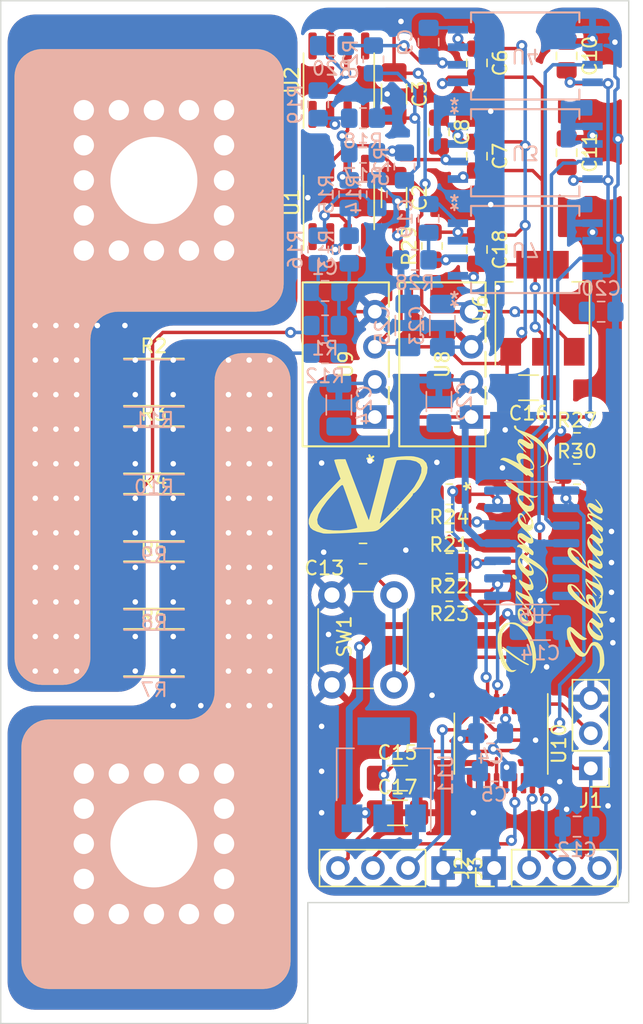
<source format=kicad_pcb>
(kicad_pcb (version 20221018) (generator pcbnew)
  (layers (0 "F.Cu" signal) (1 "In1.Cu" signal) (2 "In2.Cu" signal) (31 "B.Cu" signal) (34 "B.Paste" user) (35 "F.Paste" user) (36 "B.SilkS" user "B.Silkscreen") (37 "F.SilkS" user "F.Silkscreen") (38 "B.Mask" user) (39 "F.Mask" user) (44 "Edge.Cuts" user))
  (net 0 "")
  (net 1 "Net-(C1-Pad1)")
  (net 2 "Net-(C1-Pad2)")
  (net 3 "+5V")
  (net 4 "-5V")
  (net 5 "Net-(U3-VDD2)")
  (net 6 "A0")
  (net 7 "A1")
  (net 8 "GNDD")
  (net 9 "+5VD")
  (net 10 "Net-(U7-VIN)")
  (net 11 "-BATT")
  (net 12 "Net-(U1--)")
  (net 13 "Net-(U1-+)")
  (net 14 "Net-(U2-+)")
  (net 15 "Net-(U2--)")
  (net 16 "Net-(R19-Pad1)")
  (net 17 "Net-(U4-VOUT)")
  (net 18 "Net-(U3-VOUT)")
  (net 28 "Net-(U5C-+)")
  (net 29 "+3.3V")
  (net 30 "/RST")
  (net 31 "Net-(J1-Pin_2)")
  (net 32 "SWCLK")
  (net 33 "SWDIO")
  (net 34 "RX")
  (net 35 "TX")
  (net 36 "PA0")
  (net 37 "PA1")
  (net 38 "PA2")
  (net 47 "Net-(MP2-Pad1)")
  (footprint "Connector_PinHeader_2.54mm:PinHeader_1x04_P2.54mm_Vertical" (layer "F.Cu") (at 45.55 81.75 -90)
    (fp_text reference "J3")
    (fp_text value "UART")
  )
  (footprint "Package_SO:TSSOP-20_4.4x6.5mm_P0.65mm" (layer "F.Cu") (at 49.75 72.75 -90)
    (fp_text reference "U10")
    (fp_text value "STM32F030F4Px")
  )
  (footprint "Capacitor_SMD:C_1206_3216Metric_Pad1.33x1.80mm_HandSolder" (layer "F.Cu") (at 42.25 77.75)
    (fp_text reference "C17")
    (fp_text value "10uF")
  )
  (footprint "Capacitor_SMD:C_1206_3216Metric_Pad1.33x1.80mm_HandSolder" (layer "F.Cu") (at 51.75 47 180)
    (fp_text reference "C16")
    (fp_text value "10uF")
  )
  (footprint "B0505:B0505S_MNS" (layer "F.Cu") (at 40.6082 49.12 90)
    (fp_text reference "U9")
    (fp_text value "B0505S-1WR3")
  )
  (footprint "Package_SO:SOIC-8_3.9x4.9mm_P1.27mm" (layer "F.Cu") (at 38 33.595 90)
    (fp_text reference "U1")
    (fp_text value "OP177")
  )
  (footprint "Resistor_SMD:R_0805_2012Metric_Pad1.20x1.40mm_HandSolder" (layer "F.Cu") (at 44.75 36.75 90)
    (fp_text reference "R29")
    (fp_text value "470")
  )
  (footprint "Resistor_SMD:R_0805_2012Metric_Pad1.20x1.40mm_HandSolder" (layer "F.Cu") (at 46 61.71 180)
    (fp_text reference "R23")
    (fp_text value "470")
  )
  (footprint "B0505:B0505S_MNS" (layer "F.Cu") (at 47.6082 49.12 90)
    (fp_text reference "U8")
    (fp_text value "B0505S-1WR3")
  )
  (footprint "Capacitor_SMD:C_1206_3216Metric_Pad1.33x1.80mm_HandSolder" (layer "F.Cu") (at 42 33.25 -90)
    (fp_text reference "C2")
    (fp_text value "10uF")
  )
  (footprint "Resistor_SMD:R_0805_2012Metric_Pad1.20x1.40mm_HandSolder" (layer "F.Cu") (at 46 59.71 180)
    (fp_text reference "R22")
    (fp_text value "4.7k")
  )
  (footprint "Capacitor_SMD:C_0805_2012Metric_Pad1.18x1.45mm_HandSolder" (layer "F.Cu") (at 39.75 59)
    (fp_text reference "C13")
    (fp_text value "100n")
  )
  (footprint "Button_Switch_THT:SW_PUSH_6mm" (layer "F.Cu") (at 37.5 68.5 90)
    (fp_text reference "SW1")
    (fp_text value "SW_Push")
  )
  (footprint "Capacitor_SMD:C_0805_2012Metric_Pad1.18x1.45mm_HandSolder" (layer "F.Cu") (at 48 37 -90)
    (fp_text reference "C18")
    (fp_text value "100n")
  )
  (footprint "Resistor_SMD:R_0805_2012Metric_Pad1.20x1.40mm_HandSolder" (layer "F.Cu") (at 55.25 51)
    (fp_text reference "R27")
    (fp_text value "4.7k")
  )
  (footprint "Resistor_SMD:R_0805_2012Metric_Pad1.20x1.40mm_HandSolder" (layer "F.Cu") (at 46 54.71 180)
    (fp_text reference "R24")
    (fp_text value "470")
  )
  (footprint "Capacitor_SMD:C_0805_2012Metric_Pad1.18x1.45mm_HandSolder" (layer "F.Cu") (at 48 30.25 -90)
    (fp_text reference "C7")
    (fp_text value "100n")
  )
  (footprint "Resistor_SMD:R_2512_6332Metric_Pad1.40x3.35mm_HandSolder" (layer "F.Cu") (at 24.6 56.38)
    (fp_text reference "R4")
    (fp_text value "5mOhm")
  )
  (footprint "Capacitor_SMD:C_0805_2012Metric_Pad1.18x1.45mm_HandSolder" (layer "F.Cu") (at 48 23.5 -90)
    (fp_text reference "C6")
    (fp_text value "100n")
  )
  (footprint "Capacitor_SMD:C_0805_2012Metric_Pad1.18x1.45mm_HandSolder" (layer "F.Cu") (at 54.5 23 -90)
    (fp_text reference "C10")
    (fp_text value "100n")
  )
  (footprint "VegapodLogo:Designed by Saksham" (layer "F.Cu") (at 53.45 58.7 90)
    (fp_text reference "G***" hide)
    (fp_text value "LOGO" hide)
  )
  (footprint "Capacitor_SMD:C_0805_2012Metric_Pad1.18x1.45mm_HandSolder" (layer "F.Cu") (at 54.5 30 -90)
    (fp_text reference "C11")
    (fp_text value "100n")
  )
  (footprint "Resistor_SMD:R_2512_6332Metric_Pad1.40x3.35mm_HandSolder" (layer "F.Cu") (at 24.6 46.6)
    (fp_text reference "R2")
    (fp_text value "5mOhm")
  )
  (footprint "Connector_PinHeader_2.54mm:PinHeader_1x04_P2.54mm_Vertical" (layer "F.Cu") (at 49.25 81.75 90)
    (fp_text reference "J2")
    (fp_text value "STLINK")
  )
  (footprint "Resistor_SMD:R_2512_6332Metric_Pad1.40x3.35mm_HandSolder" (layer "F.Cu") (at 24.6 61.27)
    (fp_text reference "R5")
    (fp_text value "5mOhm")
  )
  (footprint "Capacitor_SMD:C_1206_3216Metric_Pad1.33x1.80mm_HandSolder" (layer "F.Cu") (at 42.25 75.25)
    (fp_text reference "C15")
    (fp_text value "10uF")
  )
  (footprint "Capacitor_SMD:C_1206_3216Metric_Pad1.33x1.80mm_HandSolder" (layer "F.Cu") (at 42 25.75 -90)
    (fp_text reference "C3")
    (fp_text value "10uF")
  )
  (footprint "WuerthConnector:WP-BUCF_7461059" (layer "F.Cu") (at 24.6 32)
    (property "VALUE" "7461059")
    (fp_text reference "MP1")
    (fp_text value "IN")
  )
  (footprint "Capacitor_SMD:C_0805_2012Metric_Pad1.18x1.45mm_HandSolder" (layer "F.Cu") (at 45.25 28.5 -90)
    (fp_text reference "C8")
    (fp_text value "10n")
  )
  (footprint "WuerthConnector:WP-BUCF_7461059" (layer "F.Cu") (at 24.6 80)
    (property "VALUE" "7461059")
    (fp_text reference "MP2")
    (fp_text value "OUT")
  )
  (footprint "Package_SO:SOIC-8_3.9x4.9mm_P1.27mm" (layer "F.Cu") (at 38 24.75 90)
    (fp_text reference "U2")
    (fp_text value "OP177")
  )
  (footprint "Resistor_SMD:R_0805_2012Metric_Pad1.20x1.40mm_HandSolder" (layer "F.Cu") (at 55.25 53.25)
    (fp_text reference "R30")
    (fp_text value "470")
  )
  (footprint "Resistor_SMD:R_2512_6332Metric_Pad1.40x3.35mm_HandSolder" (layer "F.Cu") (at 24.6 51.49)
    (fp_text reference "R3")
    (fp_text value "5mOhm")
  )
  (footprint "Resistor_SMD:R_0805_2012Metric_Pad1.20x1.40mm_HandSolder" (layer "F.Cu") (at 46 56.71 180)
    (fp_text reference "R21")
    (fp_text value "4.7k")
  )
  (footprint "VegapodLogo:vegapod_logo" (layer "F.Cu") (at 40.2 55.05)
    (fp_text reference "G***" hide)
    (fp_text value "LOGO" hide)
  )
  (footprint "Resistor_SMD:R_2512_6332Metric_Pad1.40x3.35mm_HandSolder" (layer "F.Cu") (at 24.6 66.16)
    (fp_text reference "R6")
    (fp_text value "5mOhm")
  )
  (footprint "Connector_PinHeader_2.54mm:PinHeader_1x03_P2.54mm_Vertical" (layer "F.Cu") (at 56.25 74.54 180)
    (fp_text reference "J1")
    (fp_text value "BootSel")
  )
  (footprint "Package_TO_SOT_SMD:SOT-223-3_TabPin2" (layer "F.Cu") (at 52.75 41.25 90)
    (fp_text reference "U6")
    (fp_text value "AMS1117-5.0")
  )
  (footprint "Resistor_SMD:R_0805_2012Metric_Pad1.20x1.40mm_HandSolder" (layer "B.Cu") (at 37 44.5)
    (fp_text reference "R12")
    (fp_text value "47")
  )
  (footprint "Capacitor_SMD:C_1206_3216Metric_Pad1.33x1.80mm_HandSolder" (layer "B.Cu") (at 52.6 64.35)
    (fp_text reference "C14")
    (fp_text value "10uF")
  )
  (footprint "Capacitor_SMD:C_0805_2012Metric_Pad1.18x1.45mm_HandSolder" (layer "B.Cu") (at 57 41.5 180)
    (fp_text reference "C20")
    (fp_text value "100n")
  )
  (footprint "Capacitor_SMD:C_1206_3216Metric_Pad1.33x1.80mm_HandSolder" (layer "B.Cu") (at 45.25 48 90)
    (fp_text reference "C22")
    (fp_text value "10uF")
  )
  (footprint "Capacitor_SMD:C_0805_2012Metric_Pad1.18x1.45mm_HandSolder" (layer "B.Cu") (at 55.25 78.75)
    (fp_text reference "C12")
    (fp_text value "100n")
  )
  (footprint "ADUM4195:RI-8-1_ADI" (layer "B.Cu") (at 51.5 30)
    (fp_text reference "U3")
    (fp_text value "ADUM4195-1BRIZ")
  )
  (footprint "Package_SO:SOIC-14_3.9x8.7mm_P1.27mm" (layer "B.Cu") (at 51.975 58.25)
    (fp_text reference "U5")
    (fp_text value "LM324")
  )
  (footprint "ADUM4195:RI-8-1_ADI" (layer "B.Cu") (at 51.5 23)
    (fp_text reference "U4")
    (fp_text value "ADUM4195-1BRIZ")
  )
  (footprint "ADUM4195:RI-8-1_ADI" (layer "B.Cu") (at 51.5 37)
    (fp_text reference "U7")
    (fp_text value "ADUM4195-1BRIZ")
  )
  (footprint "Resistor_SMD:R_0805_2012Metric_Pad1.20x1.40mm_HandSolder" (layer "B.Cu") (at 40.5 23.25 -90)
    (fp_text reference "R26")
    (fp_text value "470")
  )
  (footprint "Resistor_SMD:R_0805_2012Metric_Pad1.20x1.40mm_HandSolder" (layer "B.Cu") (at 39.75 27.5)
    (fp_text reference "R18")
    (fp_text value "470")
  )
  (footprint "Capacitor_SMD:C_0805_2012Metric_Pad1.18x1.45mm_HandSolder" (layer "B.Cu") (at 44.5 22 -90)
    (fp_text reference "C9")
    (fp_text value "10n")
  )
  (footprint "Resistor_SMD:R_2512_6332Metric_Pad1.40x3.35mm_HandSolder" (layer "B.Cu") (at 24.6125 66.24)
    (fp_text reference "R7")
    (fp_text value "5mOhm")
  )
  (footprint "Capacitor_SMD:C_1206_3216Metric_Pad1.33x1.80mm_HandSolder" (layer "B.Cu") (at 43 42.5 -90)
    (fp_text reference "C25")
    (fp_text value "10uF")
  )
  (footprint "Capacitor_SMD:C_0805_2012Metric_Pad1.18x1.45mm_HandSolder" (layer "B.Cu") (at 44.5 34.75 -90)
    (fp_text reference "C19")
    (fp_text value "10n")
  )
  (footprint "Resistor_SMD:R_0805_2012Metric_Pad1.20x1.40mm_HandSolder" (layer "B.Cu") (at 42.75 31 -90)
    (fp_text reference "R25")
    (fp_text value "470")
  )
  (footprint "Package_TO_SOT_SMD:SOT-223-3_TabPin2" (layer "B.Cu") (at 41.25 75 90)
    (fp_text reference "U11")
    (fp_text value "AMS1117-3.3")
  )
  (footprint "Resistor_SMD:R_0805_2012Metric_Pad1.20x1.40mm_HandSolder" (layer "B.Cu") (at 37.5 22.25)
    (fp_text reference "R20")
    (fp_text value "470")
  )
  (footprint "Resistor_SMD:R_2512_6332Metric_Pad1.40x3.35mm_HandSolder" (layer "B.Cu") (at 24.6125 56.46)
    (fp_text reference "R9")
    (fp_text value "5mOhm")
  )
  (footprint "Resistor_SMD:R_0805_2012Metric_Pad1.20x1.40mm_HandSolder" (layer "B.Cu") (at 37 42.5)
    (fp_text reference "R1")
    (fp_text value "47")
  )
  (footprint "Resistor_SMD:R_0805_2012Metric_Pad1.20x1.40mm_HandSolder" (layer "B.Cu") (at 43.5 37.75)
    (fp_text reference "R28")
    (fp_text value "470")
  )
  (footprint "Resistor_SMD:R_0805_2012Metric_Pad1.20x1.40mm_HandSolder" (layer "B.Cu") (at 36.5 37 -90)
    (fp_text reference "R16")
    (fp_text value "470")
  )
  (footprint "Resistor_SMD:R_0805_2012Metric_Pad1.20x1.40mm_HandSolder" (layer "B.Cu") (at 38.75 37 -90)
    (fp_text reference "R13")
    (fp_text value "470")
  )
  (footprint "Resistor_SMD:R_0805_2012Metric_Pad1.20x1.40mm_HandSolder" (layer "B.Cu") (at 36.5 26.5 -90)
    (fp_text reference "R19")
    (fp_text value "4.7k")
  )
  (footprint "Capacitor_SMD:C_1206_3216Metric_Pad1.33x1.80mm_HandSolder" (layer "B.Cu") (at 45.5 42.5 -90)
    (fp_text reference "C23")
    (fp_text value "10uF")
  )
  (footprint "Resistor_SMD:R_2512_6332Metric_Pad1.40x3.35mm_HandSolder" (layer "B.Cu") (at 24.6125 46.68)
    (fp_text reference "R11")
    (fp_text value "5mOhm")
  )
  (footprint "Resistor_SMD:R_0805_2012Metric_Pad1.20x1.40mm_HandSolder" (layer "B.Cu") (at 40.75 33 -90)
    (fp_text reference "R14")
    (fp_text value "22k")
  )
  (footprint "Resistor_SMD:R_0805_2012Metric_Pad1.20x1.40mm_HandSolder" (layer "B.Cu") (at 39.75 30)
    (fp_text reference "R17")
    (fp_text value "470")
  )
  (footprint "Resistor_SMD:R_2512_6332Metric_Pad1.40x3.35mm_HandSolder" (layer "B.Cu") (at 24.6125 61.35)
    (fp_text reference "R8")
    (fp_text value "5mOhm")
  )
  (footprint "Capacitor_SMD:C_0805_2012Metric_Pad1.18x1.45mm_HandSolder" (layer "B.Cu") (at 37 40 180)
    (fp_text reference "C1")
    (fp_text value "100n")
  )
  (footprint "Resistor_SMD:R_2512_6332Metric_Pad1.40x3.35mm_HandSolder" (layer "B.Cu") (at 24.6125 51.57)
    (fp_text reference "R10")
    (fp_text value "5mOhm")
  )
  (footprint "Capacitor_SMD:C_1206_3216Metric_Pad1.33x1.80mm_HandSolder" (layer "B.Cu") (at 38 48.25 90)
    (fp_text reference "C24")
    (fp_text value "10uF")
  )
  (footprint "Resistor_SMD:R_0805_2012Metric_Pad1.20x1.40mm_HandSolder" (layer "B.Cu") (at 38.75 33 -90)
    (fp_text reference "R15")
    (fp_text value "22k")
  )
  (footprint "Capacitor_SMD:C_0805_2012Metric_Pad1.18x1.45mm_HandSolder" (layer "B.Cu") (at 49 72)
    (fp_text reference "C4")
    (fp_text value "100n")
  )
  (footprint "Capacitor_SMD:C_0805_2012Metric_Pad1.18x1.45mm_HandSolder" (layer "B.Cu") (at 49.25 74.75)
    (fp_text reference "C5")
    (fp_text value "100n")
  )
  (gr_poly (pts (xy 13.5 19) (xy 59 19) (xy 59 84.25) (xy 35.75 84.25) (xy 35.75 93) (xy 13.5 93)) (stroke (width 0.1)) (fill none) (layer "Edge.Cuts"))
  (segment (start 38 40.0375) (end 38.0375 40) (width 0.25) (layer "B.Cu") (net 1))
  (segment (start 38 42.5) (end 38 40.0375) (width 0.25) (layer "B.Cu") (net 1))
  (segment (start 38.75 39.2875) (end 38.0375 40) (width 0.25) (layer "B.Cu") (net 1))
  (segment (start 38.75 38) (end 38.75 39.2875) (width 0.25) (layer "B.Cu") (net 1))
  (segment (start 37.0424 41.0799) (end 35.9625 40) (width 0.25) (layer "B.Cu") (net 2))
  (segment (start 36.5 38) (end 36.5 39.4625) (width 0.25) (layer "B.Cu") (net 2))
  (segment (start 37.0424 43.5424) (end 37.0424 41.0799) (width 0.25) (layer "B.Cu") (net 2))
  (segment (start 36.5 39.4625) (end 35.9625 40) (width 0.25) (layer "B.Cu") (net 2))
  (segment (start 37.0424 43.5424) (end 38 44.5) (width 0.25) (layer "B.Cu") (net 2))
  (segment (start 44 39.25) (end 43.725 38.975) (width 0.25) (layer "F.Cu") (net 3))
  (segment (start 52.5 41.5) (end 50.75 41.5) (width 0.25) (layer "F.Cu") (net 3))
  (segment (start 44 33.25) (end 44 32.5) (width 0.25) (layer "F.Cu") (net 3))
  (segment (start 55.05 44.05) (end 52.5 41.5) (width 0.25) (layer "F.Cu") (net 3))
  (segment (start 44 33.25) (end 44 32.75) (width 0.25) (layer "F.Cu") (net 3))
  (segment (start 55.05 44.4) (end 55.05 44.05) (width 0.25) (layer "F.Cu") (net 3))
  (segment (start 44 34.5) (end 44 33.25) (width 0.25) (layer "F.Cu") (net 3))
  (segment (start 42.9375 31.6875) (end 42 31.6875) (width 0.25) (layer "F.Cu") (net 3))
  (segment (start 43.725 38.975) (end 43.725 34.775) (width 0.25) (layer "F.Cu") (net 3))
  (segment (start 44 32.5) (end 44.25 32.25) (width 0.25) (layer "F.Cu") (net 3))
  (segment (start 47.6082 41.5) (end 44.5 41.5) (width 0.25) (layer "F.Cu") (net 3))
  (segment (start 37.365 21.300001) (end 37.365 22.275) (width 0.25) (layer "F.Cu") (net 3))
  (segment (start 42 31.025) (end 40.475 29.5) (width 0.25) (layer "F.Cu") (net 3))
  (segment (start 43.75 24.25) (end 42.0625 24.25) (width 0.25) (layer "F.Cu") (net 3))
  (segment (start 44 32.75) (end 42.9375 31.6875) (width 0.25) (layer "F.Cu") (net 3))
  (segment (start 40.475 29.5) (end 38.604092 29.5) (width 0.25) (layer "F.Cu") (net 3))
  (segment (start 55.05 43.55) (end 55.05 44.4) (width 0.25) (layer "F.Cu") (net 3))
  (segment (start 42 31.6875) (end 42 31.025) (width 0.25) (layer "F.Cu") (net 3))
  (segment (start 42.0625 24.25) (end 42 24.1875) (width 0.25) (layer "F.Cu") (net 3))
  (segment (start 50.75 41.5) (end 47.6082 41.5) (width 0.25) (layer "F.Cu") (net 3))
  (segment (start 44.5 41.5) (end 44 41) (width 0.25) (layer "F.Cu") (net 3))
  (segment (start 38.604092 29.5) (end 37.365 30.739092) (width 0.25) (layer "F.Cu") (net 3))
  (segment (start 44 41) (end 44 39.25) (width 0.25) (layer "F.Cu") (net 3))
  (segment (start 38.415001 20.25) (end 37.365 21.300001) (width 0.25) (layer "F.Cu") (net 3))
  (segment (start 41 20.25) (end 38.415001 20.25) (width 0.25) (layer "F.Cu") (net 3))
  (segment (start 37.365 30.739092) (end 37.365 31.12) (width 0.25) (layer "F.Cu") (net 3))
  (segment (start 42 21.25) (end 41 20.25) (width 0.25) (layer "F.Cu") (net 3))
  (segment (start 43.725 34.775) (end 44 34.5) (width 0.25) (layer "F.Cu") (net 3))
  (segment (start 42 24.1875) (end 42 21.25) (width 0.25) (layer "F.Cu") (net 3))
  (via (at 50.75 41.5) (size 0.8) (drill 0.4) (layers "F.Cu" "B.Cu") (net 3))
  (via (at 44.25 32.25) (size 0.8) (drill 0.4) (layers "F.Cu" "B.Cu") (net 3))
  (via (at 43.75 24.25) (size 0.8) (drill 0.4) (layers "F.Cu" "B.Cu") (net 3))
  (segment (start 47.0457 40.9375) (end 47.6082 41.5) (width 0.25) (layer "B.Cu") (net 3))
  (segment (start 44.25 32.25) (end 44.25 24.75) (width 0.25) (layer "B.Cu") (net 3))
  (segment (start 45.5 40.9375) (end 47.0457 40.9375) (width 0.25) (layer "B.Cu") (net 3))
  (segment (start 44.25 24.75) (end 43.75 24.25) (width 0.25) (layer "B.Cu") (net 3))
  (segment (start 51 41.75) (end 50.75 41.5) (width 0.25) (layer "B.Cu") (net 3))
  (segment (start 45.75 44.04) (end 46.96 45.25) (width 0.25) (layer "F.Cu") (net 4))
  (segment (start 46.96 45.25) (end 49.6 45.25) (width 0.25) (layer "F.Cu") (net 4))
  (segment (start 51.25 43) (end 51.5 43.25) (width 0.25) (layer "F.Cu") (net 4))
  (segment (start 50.1875 44.6625) (end 50.45 44.4) (width 0.25) (layer "F.Cu") (net 4))
  (segment (start 40.6082 44.04) (end 42.5 42.1482) (width 0.25) (layer "F.Cu") (net 4))
  (segment (start 42.5 42.1482) (end 42.5 36.25) (width 0.25) (layer "F.Cu") (net 4))
  (segment (start 51.0375 22.4625) (end 48 22.4625) (width 0.25) (layer "F.Cu") (net 4))
  (segment (start 42.25 36) (end 42 35.75) (width 0.25) (layer "F.Cu") (net 4))
  (segment (start 45.25 27.4625) (end 45.3357 27.4625) (width 0.25) (layer "F.Cu") (net 4))
  (segment (start 42 27.3125) (end 39.9925 27.3125) (width 0.25) (layer "F.Cu") (net 4))
  (segment (start 50.1875 47) (end 50.1875 44.6625) (width 0.25) (layer "F.Cu") (net 4))
  (segment (start 48 22.4625) (end 47.3357 22.4625) (width 0.25) (layer "F.Cu") (net 4))
  (segment (start 51.5 43.35) (end 50.45 44.4) (width 0.25) (layer "F.Cu") (net 4))
  (segment (start 48 35.9625) (end 50.7875 35.9625) (width 0.25) (layer "F.Cu") (net 4))
  (segment (start 48 29.2125) (end 51.2125 29.2125) (width 0.25) (layer "F.Cu") (net 4))
  (segment (start 45.3357 27.4625) (end 46.6232 28.75) (width 0.25) (layer "F.Cu") (net 4))
  (segment (start 44.75 35.75) (end 46.6232 35.75) (width 0.25) (layer "F.Cu") (net 4))
  (segment (start 48 29.2125) (end 47.0857 29.2125) (width 0.25) (layer "F.Cu") (net 4))
  (segment (start 47.0857 29.2125) (end 46.6232 28.75) (width 0.25) (layer "F.Cu") (net 4))
  (segment (start 42 34.8125) (end 41.1625 34.8125) (width 0.25) (layer "F.Cu") (net 4))
  (segment (start 51.2125 29.2125) (end 51.5 29.5) (width 0.25) (layer "F.Cu") (net 4))
  (segment (start 51.25 22.25) (end 51.0375 22.4625) (width 0.25) (layer "F.Cu") (net 4))
  (segment (start 40.6082 44.04) (end 45.75 44.04) (width 0.25) (layer "F.Cu") (net 4))
  (segment (start 50.7875 35.9625) (end 51.5 35.25) (width 0.25) (layer "F.Cu") (net 4))
  (segment (start 43.5 27.5) (end 42.1875 27.5) (width 0.25) (layer "F.Cu") (net 4))
  (segment (start 41.1625 34.8125) (end 39.905 36.07) (width 0.25) (layer "F.Cu") (net 4))
  (segment (start 42.5 36.25) (end 42.25 36) (width 0.25) (layer "F.Cu") (net 4))
  (segment (start 42.1875 27.5) (end 42 27.3125) (width 0.25) (layer "F.Cu") (net 4))
  (segment (start 39.9925 27.3125) (end 39.905 27.225) (width 0.25) (layer "F.Cu") (net 4))
  (segment (start 47.3357 22.4625) (end 46.6232 21.75) (width 0.25) (layer "F.Cu") (net 4))
  (segment (start 49.6 45.25) (end 50.45 44.4) (width 0.25) (layer "F.Cu") (net 4))
  (segment (start 42 35.75) (end 42 34.8125) (width 0.25) (layer "F.Cu") (net 4))
  (segment (start 48 35.9625) (end 46.8357 35.9625) (width 0.25) (layer "F.Cu") (net 4))
  (segment (start 51.5 43.25) (end 51.5 43.35) (width 0.25) (layer "F.Cu") (net 4))
  (segment (start 46.8357 35.9625) (end 46.6232 35.75) (width 0.25) (layer "F.Cu") (net 4))
  (via (at 51.5 35.25) (size 0.8) (drill 0.4) (layers "F.Cu" "B.Cu") (net 4))
  (via (at 46.6232 28.75) (size 0.8) (drill 0.4) (layers "F.Cu" "B.Cu") (net 4))
  (via (at 51.25 22.25) (size 0.8) (drill 0.4) (layers "F.Cu" "B.Cu") (net 4))
  (via (at 46.6232 21.75) (size 0.8) (drill 0.4) (layers "F.Cu" "B.Cu") (net 4))
  (via (at 51.25 43) (size 0.8) (drill 0.4) (layers "F.Cu" "B.Cu") (net 4))
  (via (at 46.6232 35.75) (size 0.8) (drill 0.4) (layers "F.Cu" "B.Cu") (net 4))
  (via (at 51.5 29.5) (size 0.8) (drill 0.4) (layers "F.Cu" "B.Cu") (net 4))
  (via (at 43.5 27.5) (size 0.8) (drill 0.4) (layers "F.Cu" "B.Cu") (net 4))
  (via (at 42.25 36) (size 0.8) (drill 0.4) (layers "F.Cu" "B.Cu") (net 4))
  (segment (start 46.6232 35.095) (end 45.2407 33.7125) (width 0.25) (layer "B.Cu") (net 4))
  (segment (start 42.25 24.25) (end 43.5 25.5) (width 0.25) (layer "B.Cu") (net 4))
  (segment (start 46.6232 28.095) (end 46.6232 28.75) (width 0.25) (layer "B.Cu") (net 4))
  (segment (start 40.6307 44.0625) (end 40.6082 44.04) (width 0.25) (layer "B.Cu") (net 4))
  (segment (start 51.5 22.5) (end 51.25 22.25) (width 0.25) (layer "B.Cu") (net 4))
  (segment (start 46.6232 36.365) (end 46.6232 35.75) (width 0.25) (layer "B.Cu") (net 4))
  (segment (start 46.6232 21.75) (end 46.6232 21.095) (width 0.25) (layer "B.Cu") (net 4))
  (segment (start 51.5 42.75) (end 51.5 35.25) (width 0.25) (layer "B.Cu") (net 4))
  (segment (start 40.5 24.25) (end 42.25 24.25) (width 0.25) (layer "B.Cu") (net 4))
  (segment (start 46.6232 35.75) (end 46.6232 35.095) (width 0.25) (layer "B.Cu") (net 4))
  (segment (start 44.5 20.9625) (end 46.4907 20.9625) (width 0.25) (layer "B.Cu") (net 4))
  (segment (start 46.6232 28.75) (end 46.6232 29.365) (width 0.25) (layer "B.Cu") (net 4))
  (segment (start 42.975 32.225) (end 42.975 35.275) (width 0.25) (layer "B.Cu") (net 4))
  (segment (start 42.975 35.275) (end 42.25 36) (width 0.25) (layer "B.Cu") (net 4))
  (segment (start 51.5 35.25) (end 51.5 29.5) (width 0.25) (layer "B.Cu") (net 4))
  (segment (start 43.775 30.975) (end 43.775 27.775) (width 0.25) (layer "B.Cu") (net 4))
  (segment (start 42.75 32) (end 43.775 30.975) (width 0.25) (layer "B.Cu") (net 4))
  (segment (start 43.5 25.5) (end 43.5 27.5) (width 0.25) (layer "B.Cu") (net 4))
  (segment (start 46.6232 22.365) (end 46.6232 21.75) (width 0.25) (layer "B.Cu") (net 4))
  (segment (start 51.5 29.5) (end 51.5 22.5) (width 0.25) (layer "B.Cu") (net 4))
  (segment (start 43.775 27.775) (end 43.5 27.5) (width 0.25) (layer "B.Cu") (net 4))
  (segment (start 46.4907 20.9625) (end 46.6232 21.095) (width 0.25) (layer "B.Cu") (net 4))
  (segment (start 51.25 43) (end 51.5 42.75) (width 0.25) (layer "B.Cu") (net 4))
  (segment (start 43 44.0625) (end 40.6307 44.0625) (width 0.25) (layer "B.Cu") (net 4))
  (segment (start 45.2407 33.7125) (end 44.5 33.7125) (width 0.25) (layer "B.Cu") (net 4))
  (segment (start 42.75 32) (end 42.975 32.225) (width 0.25) (layer "B.Cu") (net 4))
  (segment (start 53.3125 44.9625) (end 52.75 44.4) (width 0.25) (layer "F.Cu") (net 5))
  (segment (start 48 38.0375) (end 48 38.75) (width 0.25) (layer "F.Cu") (net 5))
  (segment (start 48 38.75) (end 47.75 39) (width 0.25) (layer "F.Cu") (net 5))
  (segment (start 52.75 43.124024) (end 52.2245 42.598524) (width 0.25) (layer "F.Cu") (net 5))
  (segment (start 52.75 38.1) (end 52.75 32.25) (width 0.25) (layer "F.Cu") (net 5))
  (segment (start 53.3125 47) (end 53.3125 44.9625) (width 0.25) (layer "F.Cu") (net 5))
  (segment (start 48 24.5375) (end 45.9625 24.5375) (width 0.25) (layer "F.Cu") (net 5))
  (segment (start 45.9625 24.5375) (end 45.5 25) (width 0.25) (layer "F.Cu") (net 5))
  (segment (start 52.2245 38.6255) (end 52.75 38.1) (width 0.25) (layer "F.Cu") (net 5))
  (segment (start 47 31.75) (end 47.5375 31.75) (width 0.25) (layer "F.Cu") (net 5))
  (segment (start 52.2245 39.75) (end 52.2245 38.6255) (width 0.25) (layer "F.Cu") (net 5))
  (segment (start 52.75 44.4) (end 52.75 43.124024) (width 0.25) (layer "F.Cu") (net 5))
  (segment (start 47.5375 31.75) (end 48 31.2875) (width 0.25) (layer "F.Cu") (net 5))
  (segment (start 52.0375 24.5375) (end 48 24.5375) (width 0.25) (layer "F.Cu") (net 5))
  (segment (start 52.75 25.25) (end 52.0375 24.5375) (width 0.25) (layer "F.Cu") (net 5))
  (segment (start 52.75 32.25) (end 52.75 25.25) (width 0.25) (layer "F.Cu") (net 5))
  (segment (start 52.0375 31.2875) (end 48 31.2875) (width 0.25) (layer "F.Cu") (net 5))
  (segment (start 52.75 38.1) (end 48.0625 38.1) (width 0.25) (layer "F.Cu") (net 5))
  (segment (start 52.75 32.25) (end 52.75 32) (width 0.25) (layer "F.Cu") (net 5))
  (segment (start 48.0625 38.1) (end 48 38.0375) (width 0.25) (layer "F.Cu") (net 5))
  (segment (start 52.75 32) (end 52.0375 31.2875) (width 0.25) (layer "F.Cu") (net 5))
  (via (at 45.5 25) (size 0.8) (drill 0.4) (layers "F.Cu" "B.Cu") (net 5))
  (via (at 47 31.75) (size 0.8) (drill 0.4) (layers "F.Cu" "B.Cu") (net 5))
  (via (at 47.75 39) (size 0.8) (drill 0.4) (layers "F.Cu" "B.Cu") (net 5))
  (via (at 52.2245 42.598524) (size 0.8) (drill 0.4) (layers "F.Cu" "B.Cu") (net 5))
  (via (at 52.2245 39.75) (size 0.8) (drill 0.4) (layers "F.Cu" "B.Cu") (net 5))
  (segment (start 46.845 31.905) (end 47 31.75) (width 0.25) (layer "B.Cu") (net 5))
  (segment (start 46.5282 25) (end 46.6232 24.905) (width 0.25) (layer "B.Cu") (net 5))
  (segment (start 47.75 39) (end 46.7182 39) (width 0.25) (layer "B.Cu") (net 5))
  (segment (start 46.6232 31.905) (end 46.845 31.905) (width 0.25) (layer "B.Cu") (net 5))
  (segment (start 46.7182 39) (end 46.6232 38.905) (width 0.25) (layer "B.Cu") (net 5))
  (segment (start 52.2245 42.598524) (end 52.2245 39.75) (width 0.25) (layer "B.Cu") (net 5))
  (segment (start 45.5 25) (end 46.5282 25) (width 0.25) (layer "B.Cu") (net 5))
  (segment (start 45.75 30.5) (end 42.499598 30.5) (width 0.25) (layer "F.Cu") (net 6))
  (segment (start 45.25 30) (end 45.75 30.5) (width 0.25) (layer "F.Cu") (net 6))
  (segment (start 42.499598 30.5) (end 41.874799 29.875201) (width 0.25) (layer "F.Cu") (net 6))
  (segment (start 45.25 29.5375) (end 45.25 30) (width 0.25) (layer "F.Cu") (net 6))
  (via (at 41.874799 29.875201) (size 0.8) (drill 0.4) (layers "F.Cu" "B.Cu") (net 6))
  (via (at 45.75 30.5) (size 0.8) (drill 0.4) (layers "F.Cu" "B.Cu") (net 6))
  (segment (start 40.75 30) (end 42.75 30) (width 0.25) (layer "B.Cu") (net 6))
  (segment (start 45.885 30.635) (end 45.75 30.5) (width 0.25) (layer "B.Cu") (net 6))
  (segment (start 46.6232 30.635) (end 45.885 30.635) (width 0.25) (layer "B.Cu") (net 6))
  (segment (start 42.7245 22.25) (end 43.9745 23.5) (width 0.25) (layer "F.Cu") (net 7))
  (segment (start 43.9745 23.5) (end 45.5 23.5) (width 0.25) (layer "F.Cu") (net 7))
  (via (at 45.5 23.5) (size 0.8) (drill 0.4) (layers "F.Cu" "B.Cu") (net 7))
  (via (at 42.7245 22.25) (size 0.8) (drill 0.4) (layers "F.Cu" "B.Cu") (net 7))
  (segment (start 46.4882 23.5) (end 46.6232 23.635) (width 0.25) (layer "B.Cu") (net 7))
  (segment (start 45.5 23.5) (end 46.4882 23.5) (width 0.25) (layer "B.Cu") (net 7))
  (segment (start 38.5 22.25) (end 40.5 22.25) (width 0.25) (layer "B.Cu") (net 7))
  (segment (start 44.5 22.5375) (end 44.5375 22.5375) (width 0.25) (layer "B.Cu") (net 7))
  (segment (start 40.5 22.25) (end 42.7245 22.25) (width 0.25) (layer "B.Cu") (net 7))
  (segment (start 44.5375 22.5375) (end 45.5 23.5) (width 0.25) (layer "B.Cu") (net 7))
  (segment (start 57.9745 28.75) (end 58.2245 29) (width 0.25) (layer "F.Cu") (net 8))
  (segment (start 56.1643 28.9625) (end 56.3768 28.75) (width 0.25) (layer "F.Cu") (net 8))
  (segment (start 56.3768 35.75) (end 56.8768 36.25) (width 0.25) (layer "F.Cu") (net 8))
  (segment (start 56.1643 21.9625) (end 56.3768 21.75) (width 0.25) (layer "F.Cu") (net 8))
  (segment (start 54.5 28.9625) (end 56.1643 28.9625) (width 0.25) (layer "F.Cu") (net 8))
  (segment (start 57.75 21.75) (end 58 22) (width 0.25) (layer "F.Cu") (net 8))
  (segment (start 49.425 75.6125) (end 49.425 73.825) (width 0.25) (layer "F.Cu") (net 8))
  (segment (start 56.3768 21.75) (end 57.75 21.75) (width 0.25) (layer "F.Cu") (net 8))
  (segment (start 49.425 75.6125) (end 49.425 77.175) (width 0.25) (layer "F.Cu") (net 8))
  (segment (start 56.8768 36.25) (end 58.25 36.25) (width 0.25) (layer "F.Cu") (net 8))
  (segment (start 56.3768 28.75) (end 57.9745 28.75) (width 0.25) (layer "F.Cu") (net 8))
  (segment (start 54.5 21.9625) (end 56.1643 21.9625) (width 0.25) (layer "F.Cu") (net 8))
  (via (at 45.1 52.4) (size 0.8) (drill 0.4) (layers "F.Cu" "B.Cu") (net 8))
  (via (at 37.25 64.85) (size 0.8) (drill 0.4) (layers "F.Cu" "B.Cu") (net 8))
  (via (at 54.5 77.5) (size 0.8) (drill 0.4) (layers "F.Cu" "B.Cu") (net 8))
  (via (at 56.3768 28.75) (size 0.8) (drill 0.4) (layers "F.Cu" "B.Cu") (net 8))
  (via (at 56.3768 35.75) (size 0.8) (drill 0.4) (layers "F.Cu" "B.Cu") (net 8))
  (via (at 57.75 59.65) (size 0.8) (drill 0.4) (layers "F.Cu" "B.Cu") (net 8))
  (via (at 50.05 50.05) (size 0.8) (drill 0.4) (layers "F.Cu" "B.Cu") (net 8))
  (via (at 53.05 67.2) (size 0.8) (drill 0.4) (layers "F.Cu" "B.Cu") (net 8))
  (via (at 47.75 77.75) (size 0.8) (drill 0.4) (layers "F.Cu" "B.Cu") (net 8))
  (via (at 52.6 62.4) (size 0.8) (drill 0.4) (layers "F.Cu" "B.Cu") (net 8))
  (via (at 58.25 36.25) (size 0.8) (drill 0.4) (layers "F.Cu" "B.Cu") (net 8))
  (via (at 36.75 71.5) (size 0.8) (drill 0.4) (layers "F.Cu" "B.Cu") (net 8))
  (via (at 44.75 69.25) (size 0.8) (drill 0.4) (layers "F.Cu" "B.Cu") (net 8))
  (via (at 40.25 52.3) (size 0.8) (drill 0.4) (layers "F.Cu" "B.Cu") (net 8))
  (via (at 58 22) (size 0.8) (drill 0.4) (layers "F.Cu" "B.Cu") (net 8))
  (via (at 57.75 61.8) (size 0.8) (drill 0.4) (layers "F.Cu" "B.Cu") (net 8))
  (via (at 56.3768 21.75) (size 0.8) (drill 0.4) (layers "F.Cu" "B.Cu") (net 8))
  (via (at 52.25 72.5) (size 0.8) (drill 0.4) (layers "F.Cu" "B.Cu") (net 8))
  (via (at 36.75 74.75) (size 0.8) (drill 0.4) (layers "F.Cu" "B.Cu") (net 8))
  (via (at 36.75 52.45) (size 0.8) (drill 0.4) (layers "F.Cu" "B.Cu") (net 8))
  (via (at 57.75 57.4) (size 0.8) (drill 0.4) (layers "F.Cu" "B.Cu") (net 8))
  (via (at 42.85 58.75) (size 0.8) (drill 0.4) (layers "F.Cu" "B.Cu") (net 8))
  (via (at 57.5 77.25) (size 0.8) (drill 0.4) (layers "F.Cu" "B.Cu") (net 8))
  (via (at 36.75 77.75) (size 0.8) (drill 0.4) (layers "F.Cu" "B.Cu") (net 8))
  (via (at 57.85 65.45) (size 0.8) (drill 0.4) (layers "F.Cu" "B.Cu") (net 8))
  (via (at 58.2245 29) (size 0.8) (drill 0.4) (layers "F.Cu" "B.Cu") (net 8))
  (via (at 36.9 58.9) (size 0.8) (drill 0.4) (layers "F.Cu" "B.Cu") (net 8))
  (via (at 54 75.5) (size 0.8) (drill 0.4) (layers "F.Cu" "B.Cu") (net 8))
  (via (at 57.8 63.8) (size 0.8) (drill 0.4) (layers "F.Cu" "B.Cu") (net 8))
  (via (at 46.8 72.4) (size 0.8) (drill 0.4) (layers "F.Cu" "B.Cu") (net 8))
  (via (at 49.85 52.8) (size 0.8) (drill 0.4) (layers "F.Cu" "B.Cu") (net 8))
  (via (at 47.5 81.75) (size 0.8) (drill 0.4) (layers "F.Cu" "B.Cu") (net 8))
  (segment (start 58.2245 32.300805) (end 58 32.525305) (width 0.25) (layer "B.Cu") (net 8))
  (segment (start 58.2875 41.5) (end 58.2875 37.2875) (width 0.25) (layer "B.Cu") (net 8))
  (segment (start 56.3768 21.75) (end 56.3768 21.095) (width 0.25) (layer "B.Cu") (net 8))
  (segment (start 38 46.6875) (end 40.5007 46.6875) (width 0.25) (layer "B.Cu") (net 8))
  (segment (start 45.25 46.4375) (end 47.4657 46.4375) (width 0.25) (layer "B.Cu") (net 8))
  (segment (start 56.3768 28.75) (end 56.3768 29.365) (width 0.25) (layer "B.Cu") (net 8))
  (segment (start 58.2245 29) (end 58 28.7755) (width 0.25) (layer "B.Cu") (net 8))
  (segment (start 40.5007 46.6875) (end 40.6082 46.58) (width 0.25) (layer "B.Cu") (net 8))
  (segment (start 58.2875 41.5) (end 58 41.7875) (width 0.25) (layer "B.Cu") (net 8))
  (segment (start 58 49) (end 57.75 49.25) (width 0.25) (layer "B.Cu") (net 8))
  (segment (start 58.25 37.25) (end 58.25 36.25) (width 0.25) (layer "B.Cu") (net 8))
  (segment (start 56.3768 35.095) (end 56.3768 35.75) (width 0.25) (layer "B.Cu") (net 8))
  (segment (start 58 32.525305) (end 58 36) (width 0.25) (layer "B.Cu") (net 8))
  (segment (start 58 24.474695) (end 58 22) (width 0.25) (layer "B.Cu") (net 8))
  (segment (start 47.4657 46.4375) (end 47.6082 46.58) (width 0.25) (layer "B.Cu") (net 8))
  (segment (start 58 28.7755) (end 58 25.525305) (width 0.25) (layer "B.Cu") (net 8))
  (segment (start 58.2875 37.2875) (end 58.25 37.25) (width 0.25) (layer "B.Cu") (net 8))
  (segment (start 58.225 24.699695) (end 58 24.474695) (width 0.25) (layer "B.Cu") (net 8))
  (segment (start 56.3768 22.365) (end 56.3768 21.75) (width 0.25) (layer "B.Cu") (net 8))
  (segment (start 58 36) (end 58.25 36.25) (width 0.25) (layer "B.Cu") (net 8))
  (segment (start 58.2245 29) (end 58.2245 32.300805) (width 0.25) (layer "B.Cu") (net 8))
  (segment (start 58 25.525305) (end 58.225 25.300305) (width 0.25) (layer "B.Cu") (net 8))
  (segment (start 56.3768 28.095) (end 56.3768 28.75) (width 0.25) (layer "B.Cu") (net 8))
  (segment (start 58.225 25.300305) (end 58.225 24.699695) (width 0.25) (layer "B.Cu") (net 8))
  (segment (start 58 41.7875) (end 58 49) (width 0.25) (layer "B.Cu") (net 8))
  (segment (start 56.3768 36.365) (end 56.3768 35.75) (width 0.25) (layer "B.Cu") (net 8))
  (segment (start 54.75 24.905) (end 54.5 24.655) (width 0.25) (layer "F.Cu") (net 9))
  (segment (start 40.6875 78.3125) (end 38.67 80.33) (width 0.25) (layer "F.Cu") (net 9))
  (segment (start 50.2245 63.35) (end 49.3645 64.21) (width 0.5) (layer "F.Cu") (net 9))
  (segment (start 38.67 81.01) (end 37.93 81.75) (width 0.25) (layer "F.Cu") (net 9))
  (segment (start 41.04 64.21) (end 39.5 65.75) (width 0.5) (layer "F.Cu") (net 9))
  (segment (start 54.5 24.655) (end 54.5 24.0375) (width 0.25) (layer "F.Cu") (net 9))
  (segment (start 38.67 80.33) (end 38.67 80.75) (width 0.25) (layer "F.Cu") (net 9))
  (segment (start 47.6082 49.12) (end 56.13 49.12) (width 0.25) (layer "F.Cu") (net 9))
  (segment (start 55 32) (end 55 31.5375) (width 0.25) (layer "F.Cu") (net 9))
  (segment (start 56.13 49.12) (end 56.2125 49.0375) (width 0.25) (layer "F.Cu") (net 9))
  (segment (start 49.3645 64.21) (end 41.04 64.21) (width 0.5) (layer "F.Cu") (net 9))
  (segment (start 40.6082 49.12) (end 47.6082 49.12) (width 0.25) (layer "F.Cu") (net 9))
  (segment (start 38.67 80.75) (end 38.67 81.01) (width 0.25) (layer "F.Cu") (net 9))
  (segment (start 54.845 25) (end 57.5 25) (width 0.25) (layer "F.Cu") (net 9))
  (segment (start 54.75 24.905) (end 54.845 25) (width 0.25) (layer "F.Cu") (net 9))
  (segment (start 55 31.5375) (end 54.5 31.0375) (width 0.25) (layer "F.Cu") (net 9))
  (segment (start 40.6875 77.75) (end 40.6875 78.3125) (width 0.25) (layer "F.Cu") (net 9))
  (segment (start 55 32) (end 57.5 32) (width 0.25) (layer "F.Cu") (net 9))
  (via (at 50.2245 63.35) (size 0.8) (drill 0.4) (layers "F.Cu" "B.Cu") (net 9))
  (via (at 54.75 24.905) (size 0.8) (drill 0.4) (layers "F.Cu" "B.Cu") (net 9))
  (via (at 57.5 25) (size 0.8) (drill 0.4) (layers "F.Cu" "B.Cu") (net 9))
  (via (at 57.5 32) (size 0.8) (drill 0.4) (layers "F.Cu" "B.Cu") (net 9))
  (via (at 39.5 65.75) (size 0.8) (drill 0.4) (layers "F.Cu" "B.Cu") (net 9))
  (via (at 39.900498 77.75) (size 0.8) (drill 0.4) (layers "F.Cu" "B.Cu") (net 9))
  (via (at 55 32) (size 0.8) (drill 0.4) (layers "F.Cu" "B.Cu") (net 9))
  (via (at 56.2125 49.0375) (size 0.8) (drill 0.4) (layers "F.Cu" "B.Cu") (net 9))
  (segment (start 57.8375 38.6625) (end 57.595 38.905) (width 0.25) (layer "B.Cu") (net 9))
  (segment (start 51.0375 58.5875) (end 51.0375 64.35) (width 0.5) (layer "B.Cu") (net 9))
  (segment (start 56.2125 41.5) (end 56.2125 39.0693) (width 0.25) (layer "B.Cu") (net 9))
  (segment (start 38 49.8125) (end 39.9157 49.8125) (width 0.25) (layer "B.Cu") (net 9))
  (segment (start 47 49.7282) (end 47.6082 49.12) (width 0.25) (layer "B.Cu") (net 9))
  (segment (start 38.75 70.25) (end 39.5 69.5) (width 0.5) (layer "B.Cu") (net 9))
  (segment (start 38.75 77.95) (end 38.75 70.25) (width 0.5) (layer "B.Cu") (net 9))
  (segment (start 56.2125 39.0693) (end 56.3768 38.905) (width 0.25) (layer "B.Cu") (net 9))
  (segment (start 49.659799 58.090201) (end 49.5 58.25) (width 0.25) (layer "B.Cu") (net 9))
  (segment (start 57.8375 37.473896) (end 57.8375 38.6625) (width 0.25) (layer "B.Cu") (net 9))
  (segment (start 49.5 58.25) (end 50.7 58.25) (width 0.5) (layer "B.Cu") (net 9))
  (segment (start 38.95 78.15) (end 38.75 77.95) (width 0.5) (layer "B.Cu") (net 9))
  (segment (start 38.95 78.15) (end 39.500498 78.15) (width 0.25) (layer "B.Cu") (net 9))
  (segment (start 51.0375 64.163) (end 50.2245 63.35) (width 0.5) (layer "B.Cu") (net 9))
  (segment (start 57.5 25) (end 57.5 32) (width 0.25) (layer "B.Cu") (net 9))
  (segment (start 39.500498 78.15) (end 39.900498 77.75) (width 0.25) (layer "B.Cu") (net 9))
  (segment (start 50.7 58.25) (end 51.0375 58.5875) (width 0.5) (layer "B.Cu") (net 9))
  (segment (start 55.095 31.905) (end 55 32) (width 0.25) (layer "B.Cu") (net 9))
  (segment (start 56.3768 31.905) (end 55.095 31.905) (width 0.25) (layer "B.Cu") (net 9))
  (segment (start 56.2125 41.5) (end 56.2125 49.0375) (width 0.25) (layer "B.Cu") (net 9))
  (segment (start 47.15 49.5782) (end 47.15 57.062082) (width 0.5) (layer "B.Cu") (net 9))
  (segment (start 45.25 49.5625) (end 47.1657 49.5625) (width 0.25) (layer "B.Cu") (net 9))
  (segment (start 39.5 69.5) (end 39.5 65.75) (width 0.5) (layer "B.Cu") (net 9))
  (segment (start 51.0375 64.35) (end 51.0375 64.163) (width 0.5) (layer "B.Cu") (net 9))
  (segment (start 47.1657 49.5625) (end 47.6082 49.12) (width 0.25) (layer "B.Cu") (net 9))
  (segment (start 48.337918 58.25) (end 49.5 58.25) (width 0.5) (layer "B.Cu") (net 9))
  (segment (start 57.5 32) (end 57.5 37.136396) (width 0.25) (layer "B.Cu") (net 9))
  (segment (start 39.9157 49.8125) (end 40.6082 49.12) (width 0.25) (layer "B.Cu") (net 9))
  (segment (start 47.6082 49.12) (end 47.15 49.5782) (width 0.5) (layer "B.Cu") (net 9))
  (segment (start 57.595 38.905) (end 56.3768 38.905) (width 0.25) (layer "B.Cu") (net 9))
  (segment (start 57.5 37.136396) (end 57.8375 37.473896) (width 0.25) (layer "B.Cu") (net 9))
  (segment (start 47.15 57.062082) (end 48.337918 58.25) (width 0.5) (layer "B.Cu") (net 9))
  (segment (start 54.75 24.905) (end 56.3768 24.905) (width 0.25) (layer "B.Cu") (net 9))
  (segment (start 44.75 37.75) (end 45.75 37.75) (width 0.25) (layer "F.Cu") (net 10))
  (via (at 45.75 37.75) (size 0.8) (drill 0.4) (layers "F.Cu" "B.Cu") (net 10))
  (segment (start 44.5 37.75) (end 45.75 37.75) (width 0.25) (layer "B.Cu") (net 10))
  (segment (start 45.75 37.75) (end 46.5082 37.75) (width 0.25) (layer "B.Cu") (net 10))
  (segment (start 46.5082 37.75) (end 46.6232 37.635) (width 0.25) (layer "B.Cu") (net 10))
  (segment (start 44.5 35.7875) (end 44.5 37.75) (width 0.25) (layer "B.Cu") (net 10))
  (segment (start 23.5 54.5) (end 23.43 54.5) (width 0.25) (layer "F.Cu") (net 11))
  (segment (start 24.5 53.5) (end 23.5 54.5) (width 0.25) (layer "F.Cu") (net 11))
  (segment (start 34.5 43) (end 25.25 43) (width 0.25) (layer "F.Cu") (net 11))
  (segment (start 23.43 54.5) (end 21.55 56.38) (width 0.25) (layer "F.Cu") (net 11))
  (segment (start 37 41.5) (end 40.6082 41.5) (width 0.25) (layer "F.Cu") (net 11))
  (segment (start 24.5 43.75) (end 24.5 53.5) (width 0.25) (layer "F.Cu") (net 11))
  (segment (start 25.25 43) (end 24.5 43.75) (width 0.25) (layer "F.Cu") (net 11))
  (segment (start 34.5 43) (end 35.5 43) (width 0.25) (layer "F.Cu") (net 11))
  (segment (start 35.5 43) (end 37 41.5) (width 0.25) (layer "F.Cu") (net 11))
  (via (at 16 52.5) (size 0.8) (drill 0.4) (layers "F.Cu" "B.Cu") (net 11))
  (via (at 17.5 60) (size 0.8) (drill 0.4) (layers "F.Cu" "B.Cu") (net 11))
  (via (at 23.25 55) (size 0.8) (drill 0.4) (layers "F.Cu" "B.Cu") (net 11))
  (via (at 19 57.5) (size 0.8) (drill 0.4) (layers "F.Cu" "B.Cu") (net 11))
  (via (at 19 65) (size 0.8) (drill 0.4) (layers "F.Cu" "B.Cu") (net 11))
  (via (at 42.25 33.5) (size 0.8) (drill 0.4) (layers "F.Cu" "B.Cu") (net 11))
  (via (at 16 55) (size 0.8) (drill 0.4) (layers "F.Cu" "B.Cu") (net 11))
  (via (at 16 47.5) (size 0.8) (drill 0.4) (layers "F.Cu" "B.Cu") (net 11))
  (via (at 17.5 45) (size 0.8) (drill 0.4) (layers "F.Cu" "B.Cu") (net 11))
  (via (at 19 60) (size 0.8) (drill 0.4) (layers "F.Cu" "B.Cu") (net 11))
  (via (at 17.5 62.5) (size 0.8) (drill 0.4) (layers "F.Cu" "B.Cu") (net 11))
  (via (at 49.5 39.75) (size 0.8) (drill 0.4) (layers "F.Cu" "B.Cu") (net 11))
  (via (at 17.5 65) (size 0.8) (drill 0.4) (layers "F.Cu" "B.Cu") (net 11))
  (via (at 16 57.5) (size 0.8) (drill 0.4) (layers "F.Cu" "B.Cu") (net 11))
  (via (at 19 52.5) (size 0.8) (drill 0.4) (layers "F.Cu" "B.Cu") (net 11))
  (via (at 22.5 42.5) (size 0.8) (drill 0.4) (layers "F.Cu" "B.Cu") (net 11))
  (via (at 17.5 42.5) (size 0.8) (drill 0.4) (layers "F.Cu" "B.Cu") (net 11))
  (via (at 16 45) (size 0.8) (drill 0.4) (layers "F.Cu" "B.Cu") (net 11))
  (via (at 17.5 57.5) (size 0.8) (drill 0.4) (layers "F.Cu" "B.Cu") (net 11))
  (via (at 16 67.5) (size 0.8) (drill 0.4) (layers "F.Cu" "B.Cu") (net 11))
  (via (at 41.5 25.75) (size 0.8) (drill 0.4) (layers "F.Cu" "B.Cu") (net 11))
  (via (at 17.5 55) (size 0.8) (drill 0.4) (layers "F.Cu" "B.Cu") (net 11))
  (via (at 16 62.5) (size 0.8) (drill 0.4) (layers "F.Cu" "B.Cu") (net 11))
  (via (at 23.25 67.5) (size 0.8) (drill 0.4) (layers "F.Cu" "B.Cu") (net 11))
  (via (at 23.25 52.5) (size 0.8) (drill 0.4) (layers "F.Cu" "B.Cu") (net 11))
  (via (at 23.25 60) (size 0.8) (drill 0.4) (layers "F.Cu" "B.Cu") (net 11))
  (via (at 20.5 42.5) (size 0.8) (drill 0.4) (layers "F.Cu" "B.Cu") (net 11))
  (via (at 23.25 57.5) (size 0.8) (drill 0.4) (layers "F.Cu" "B.Cu") (net 11))
  (via (at 35.75 33.25) (size 0.8) (drill 0.4) (layers "F.Cu" "B.Cu") (net 11))
  (via (at 19 42.5) (size 0.8) (drill 0.4) (layers "F.Cu" "B.Cu") (net 11))
  (via (at 23.25 62.5) (size 0.8) (drill 0.4) (layers "F.Cu" "B.Cu") (net 11))
  (via (at 17.5 67.5) (size 0.8) (drill 0.4) (layers "F.Cu" "B.Cu") (net 11))
  (via (at 19 50) (size 0.8) (drill 0.4) (layers "F.Cu" "B.Cu") (net 11))
  (via (at 16 50) (size 0.8) (drill 0.4) (layers "F.Cu" "B.Cu") (net 11))
  (via (at 16 42.5) (size 0.8) (drill 0.4) (layers "F.Cu" "B.Cu") (net 11))
  (via (at 49 33.75) (size 0.8) (drill 0.4) (layers "F.Cu" "B.Cu") (net 11))
  (via (at 49 27) (size 0.8) (drill 0.4) (layers "F.Cu" "B.Cu") (net 11))
  (via (at 17.5 52.5) (size 0.8) (drill 0.4) (layers "F.Cu" "B.Cu") (net 11))
  (via (at 19 62.5) (size 0.8) (drill 0.4) (layers "F.Cu" "B.Cu") (net 11))
  (via (at 17.5 47.5) (size 0.8) (drill 0.4) (layers "F.Cu" "B.Cu") (net 11))
  (via (at 19 67.5) (size 0.8) (drill 0.4) (layers "F.Cu" "B.Cu") (net 11))
  (via (at 23.25 47.5) (size 0.8) (drill 0.4) (layers "F.Cu" "B.Cu") (net 11))
  (via (at 19 55) (size 0.8) (drill 0.4) (layers "F.Cu" "B.Cu") (net 11))
  (via (at 19 45) (size 0.8) (drill 0.4) (layers "F.Cu" "B.Cu") (net 11))
  (via (at 34.5 43) (size 0.8) (drill 0.4) (layers "F.Cu" "B.Cu") (net 11))
  (via (at 23.25 65) (size 0.8) (drill 0.4) (layers "F.Cu" "B.Cu") (net 11))
  (via (at 23.25 45) (size 0.8) (drill 0.4) (layers "F.Cu" "B.Cu") (net 11))
  (via (at 16 65) (size 0.8) (drill 0.4) (layers "F.Cu" "B.Cu") (net 11))
  (via (at 17.5 50) (size 0.8) (drill 0.4) (layers "F.Cu" "B.Cu") (net 11))
  (via (at 23.25 50) (size 0.8) (drill 0.4) (layers "F.Cu" "B.Cu") (net 11))
  (via (at 16 60) (size 0.8) (drill 0.4) (layers "F.Cu" "B.Cu") (net 11))
  (via (at 19 47.5) (size 0.8) (drill 0.4) (layers "F.Cu" "B.Cu") (net 11))
  (via (at 42.5 20.5) (size 0.8) (drill 0.4) (layers "F.Cu" "B.Cu") (net 11))
  (segment (start 35.5 43) (end 36 42.5) (width 0.25) (layer "B.Cu") (net 11))
  (segment (start 45.5 44.0625) (end 47.5857 44.0625) (width 0.25) (layer "B.Cu") (net 11))
  (segment (start 47.5857 44.0625) (end 47.6082 44.04) (width 0.25) (layer "B.Cu") (net 11))
  (segment (start 40.75 32) (end 42.25 33.5) (width 0.25) (layer "B.Cu") (net 11))
  (segment (start 34.5 43) (end 35.5 43) (width 0.25) (layer "B.Cu") (net 11))
  (segment (start 37.365 36.623399) (end 37.742461 37.00086) (width 0.25) (layer "F.Cu") (net 12))
  (segment (start 37.365 36.07) (end 37.365 36.623399) (width 0.25) (layer "F.Cu") (net 12))
  (via (at 37.742461 37.00086) (size 0.8) (drill 0.4) (layers "F.Cu" "B.Cu") (net 12))
  (segment (start 37.742461 37.00086) (end 37.74914 37.00086) (width 0.25) (layer "B.Cu") (net 12))
  (segment (start 38.75 34) (end 38.75 36) (width 0.25) (layer "B.Cu") (net 12))
  (segment (start 37.74914 37.00086) (end 38.75 36) (width 0.25) (layer "B.Cu") (net 12))
  (segment (start 38.635 35.095001) (end 38.076533 34.536534) (width 0.25) (layer "F.Cu") (net 13))
  (segment (start 38.076533 34.536534) (end 36.962255 34.536534) (width 0.25) (layer "F.Cu") (net 13))
  (segment (start 38.635 36.07) (end 38.635 35.095001) (width 0.25) (layer "F.Cu") (net 13))
  (via (at 36.962255 34.536534) (size 0.8) (drill 0.4) (layers "F.Cu" "B.Cu") (net 13))
  (segment (start 38.0549 33.075) (end 36.962255 34.167645) (width 0.25) (layer "B.Cu") (net 13))
  (segment (start 40.75 34) (end 39.825 33.075) (width 0.25) (layer "B.Cu") (net 13))
  (segment (start 39.825 33.075) (end 38.0549 33.075) (width 0.25) (layer "B.Cu") (net 13))
  (segment (start 36.962255 34.536534) (end 36.962255 35.537745) (width 0.25) (layer "B.Cu") (net 13))
  (segment (start 36.962255 35.537745) (end 36.5 36) (width 0.25) (layer "B.Cu") (net 13))
  (segment (start 36.962255 34.167645) (end 36.962255 34.536534) (width 0.25) (layer "B.Cu") (net 13))
  (segment (start 38.2645 31.75) (end 38.2645 31.4905) (width 0.25) (layer "F.Cu") (net 14))
  (segment (start 38.635 27.225) (end 38.635 28.391823) (width 0.25) (layer "F.Cu") (net 14))
  (segment (start 38.2645 31.4905) (end 38.635 31.12) (width 0.25) (layer "F.Cu") (net 14))
  (segment (start 38.635 28.391823) (end 38.242089 28.784734) (width 0.25) (layer "F.Cu") (net 14))
  (via (at 38.242089 28.784734) (size 0.8) (drill 0.4) (layers "F.Cu" "B.Cu") (net 14))
  (via (at 38.2645 31.75) (size 0.8) (drill 0.4) (layers "F.Cu" "B.Cu") (net 14))
  (segment (start 38.242089 28.784734) (end 38.242089 29.492089) (width 0.25) (layer "B.Cu") (net 14))
  (segment (start 38.75 32) (end 38.5145 32) (width 0.25) (layer "B.Cu") (net 14))
  (segment (start 38.5145 32) (end 38.2645 31.75) (width 0.25) (layer "B.Cu") (net 14))
  (segment (start 38.242089 29.492089) (end 38.75 30) (width 0.25) (layer "B.Cu") (net 14))
  (segment (start 38.75 30) (end 38.75 32) (width 0.25) (layer "B.Cu") (net 14))
  (segment (start 37.711089 27.937949) (end 37.711089 27.571089) (width 0.25) (layer "F.Cu") (net 15))
  (segment (start 37.711089 27.571089) (end 37.365 27.225) (width 0.25) (layer "F.Cu") (net 15))
  (via (at 37.711089 27.937949) (size 0.8) (drill 0.4) (layers "F.Cu" "B.Cu") (net 15))
  (segment (start 36.75 27.5) (end 38.75 27.5) (width 0.25) (layer "B.Cu") (net 15))
  (segment (start 38.5 22.41) (end 38.635 22.275) (width 0.25) (layer "F.Cu") (net 16))
  (segment (start 38.5 24.25) (end 38.5 22.41) (width 0.25) (layer "F.Cu") (net 16))
  (via (at 38.5 24.25) (size 0.8) (drill 0.4) (layers "F.Cu" "B.Cu") (net 16))
  (segment (start 37.25 25.5) (end 38.5 24.25) (width 0.25) (layer "B.Cu") (net 16))
  (segment (start 36.5 25.5) (end 37.25 25.5) (width 0.25) (layer "B.Cu") (net 16))
  (segment (start 36.5 22.25) (end 38.5 24.25) (width 0.25) (layer "B.Cu") (net 16))
  (segment (start 47 56.71) (end 48 56.71) (width 0.25) (layer "F.Cu") (net 17))
  (via (at 48 56.71) (size 0.8) (drill 0.4) (layers "F.Cu" "B.Cu") (net 17))
  (segment (start 53.514 23.635) (end 52.9495 24.1995) (width 0.25) (layer "B.Cu") (net 17))
  (segment (start 50.474999 56.98) (end 49.5 56.98) (width 0.25) (layer "B.Cu") (net 17))
  (segment (start 52.9495 24.1995) (end 52.9495 49.5505) (width 0.25) (layer "B.Cu") (net 17))
  (segment (start 52 50.5) (end 52 55.454999) (width 0.25) (layer "B.Cu") (net 17))
  (segment (start 52.9495 49.5505) (end 52 50.5) (width 0.25) (layer "B.Cu") (net 17))
  (segment (start 49.23 56.71) (end 49.5 56.98) (width 0.25) (layer "B.Cu") (net 17))
  (segment (start 52 55.454999) (end 50.474999 56.98) (width 0.25) (layer "B.Cu") (net 17))
  (segment (start 56.3768 23.635) (end 53.514 23.635) (width 0.25) (layer "B.Cu") (net 17))
  (segment (start 48 56.71) (end 49.23 56.71) (width 0.25) (layer "B.Cu") (net 17))
  (segment (start 52.55 57.1) (end 52.55 58.05) (width 0.25) (layer "F.Cu") (net 18))
  (segment (start 47 59.71) (end 48 59.71) (width 0.25) (layer "F.Cu") (net 18))
  (segment (start 48.16 59.55) (end 48 59.71) (width 0.25) (layer "F.Cu") (net 18))
  (segment (start 51.05 59.55) (end 48.16 59.55) (width 0.25) (layer "F.Cu") (net 18))
  (segment (start 52.55 58.05) (end 51.05 59.55) (width 0.25) (layer "F.Cu") (net 18))
  (via (at 52.55 57.1) (size 0.8) (drill 0.4) (layers "F.Cu" "B.Cu") (net 18))
  (via (at 48 59.71) (size 0.8) (drill 0.4) (layers "F.Cu" "B.Cu") (net 18))
  (segment (start 52.55 57.1) (end 52.5 57.05) (width 0.25) (layer "B.Cu") (net 18))
  (segment (start 55.224695 30.75) (end 55.339695 30.635) (width 0.25) (layer "B.Cu") (net 18))
  (segment (start 53.3995 49.8505) (end 53.3995 31.6005) (width 0.25) (layer "B.Cu") (net 18))
  (segment (start 55.339695 30.635) (end 56.3768 30.635) (width 0.25) (layer "B.Cu") (net 18))
  (segment (start 49.31 59.71) (end 49.5 59.52) (width 0.25) (layer "B.Cu") (net 18))
  (segment (start 52.5 57.05) (end 52.5 50.75) (width 0.25) (layer "B.Cu") (net 18))
  (segment (start 48 59.71) (end 49.31 59.71) (width 0.25) (layer "B.Cu") (net 18))
  (segment (start 52.5 50.75) (end 53.3995 49.8505) (width 0.25) (layer "B.Cu") (net 18))
  (segment (start 53.3995 31.6005) (end 54.25 30.75) (width 0.25) (layer "B.Cu") (net 18))
  (segment (start 54.25 30.75) (end 55.224695 30.75) (width 0.25) (layer "B.Cu") (net 18))
  (segment (start 54.25 50.308903) (end 54.068851 50.127754) (width 0.25) (layer "F.Cu") (net 28))
  (segment (start 54.25 51) (end 54.25 50.308903) (width 0.25) (layer "F.Cu") (net 28))
  (via (at 54.068851 50.127754) (size 0.8) (drill 0.4) (layers "F.Cu" "B.Cu") (net 28))
  (segment (start 53.8495 49.5) (end 53.8495 39.25) (width 0.25) (layer "B.Cu") (net 28))
  (segment (start 53.8495 39.25) (end 55.4645 37.635) (width 0.25) (layer "B.Cu") (net 28))
  (segment (start 53.475001 56.98) (end 54.45 56.98) (width 0.25) (layer "B.Cu") (net 28))
  (segment (start 55.4645 37.635) (end 56.3768 37.635) (width 0.25) (layer "B.Cu") (net 28))
  (segment (start 53 51) (end 53 56.504999) (width 0.25) (layer "B.Cu") (net 28))
  (segment (start 53.8495 49.5) (end 53.8495 49.908403) (width 0.25) (layer "B.Cu") (net 28))
  (segment (start 53.8495 49.908403) (end 54.068851 50.127754) (width 0.25) (layer "B.Cu") (net 28))
  (segment (start 53.872246 50.127754) (end 53 51) (width 0.25) (layer "B.Cu") (net 28))
  (segment (start 53 56.504999) (end 53.475001 56.98) (width 0.25) (layer "B.Cu") (net 28))
  (segment (start 53.8495 50.036896) (end 53.8495 49.5) (width 0.25) (layer "B.Cu") (net 28))
  (segment (start 54.068851 50.127754) (end 53.872246 50.127754) (width 0.25) (layer "B.Cu") (net 28))
  (segment (start 40.6875 75.25) (end 41 75.25) (width 0.25) (layer "F.Cu") (net 29))
  (segment (start 49.301403 73.25) (end 49.1908 73.139397) (width 0.25) (layer "F.Cu") (net 29))
  (segment (start 49.1908 73.139397) (end 49.017496 73.312701) (width 0.25) (layer "F.Cu") (net 29))
  (segment (start 55.04 74.54) (end 53.75 73.25) (width 0.25) (layer "F.Cu") (net 29))
  (segment (start 41 75.25) (end 41.25 75) (width 0.25) (layer "F.Cu") (net 29))
  (segment (start 50.075 70.958696) (end 50.074848 70.958848) (width 0.25) (layer "F.Cu") (net 29))
  (segment (start 49.017496 73.312701) (end 42.937299 73.312701) (width 0.25) (layer "F.Cu") (net 29))
  (segment (start 50.075 75.6125) (end 50.075 74.534509) (width 0.25) (layer "F.Cu") (net 29))
  (segment (start 53.75 73.25) (end 49.301403 73.25) (width 0.25) (layer "F.Cu") (net 29))
  (segment (start 50.075 74.534509) (end 50.1495 74.460009) (width 0.25) (layer "F.Cu") (net 29))
  (segment (start 42.937299 73.312701) (end 41.25 75) (width 0.25) (layer "F.Cu") (net 29))
  (segment (start 50.075 69.8875) (end 50.075 70.958696) (width 0.25) (layer "F.Cu") (net 29))
  (segment (start 56.25 74.54) (end 55.04 74.54) (width 0.25) (layer "F.Cu") (net 29))
  (via (at 50.074848 70.958848) (size 0.8) (drill 0.4) (layers "F.Cu" "B.Cu") (net 29))
  (via (at 41.25 75) (size 0.8) (drill 0.4) (layers "F.Cu" "B.Cu") (net 29))
  (via (at 49.1908 73.139397) (size 0.8) (drill 0.4) (layers "F.Cu" "B.Cu") (net 29))
  (via (at 50.1495 74.460009) (size 0.8) (drill 0.4) (layers "F.Cu" "B.Cu") (net 29))
  (segment (start 56.25 74.54) (end 56.25 81.13) (width 0.25) (layer "B.Cu") (net 29))
  (segment (start 50.2875 74.75) (end 50.2875 74.236097) (width 0.25) (layer "B.Cu") (net 29))
  (segment (start 50.074848 70.958848) (end 50.074848 71.962652) (width 0.25) (layer "B.Cu") (net 29))
  (segment (start 41.25 75) (end 41.25 78.15) (width 0.25) (layer "B.Cu") (net 29))
  (segment (start 49.1908 72.8467) (end 50.0375 72) (width 0.25) (layer "B.Cu") (net 29))
  (segment (start 50.074848 71.962652) (end 50.0375 72) (width 0.25) (layer "B.Cu") (net 29))
  (segment (start 41.25 71.85) (end 41.25 75) (width 0.25) (layer "B.Cu") (net 29))
  (segment (start 49.1908 73.139397) (end 49.1908 72.8467) (width 0.25) (layer "B.Cu") (net 29))
  (segment (start 56.25 81.13) (end 56.87 81.75) (width 0.25) (layer "B.Cu") (net 29))
  (segment (start 50.2875 74.236097) (end 49.1908 73.139397) (width 0.25) (layer "B.Cu") (net 29))
  (segment (start 50.725 66.975) (end 50.725 69.8875) (width 0.25) (layer "F.Cu") (net 30))
  (segment (start 40.7875 60.7875) (end 42 62) (width 0.25) (layer "F.Cu") (net 30))
  (segment (start 44 66.5) (end 50.25 66.5) (width 0.25) (layer "F.Cu") (net 30))
  (segment (start 40.7875 59) (end 40.7875 60.7875) (width 0.25) (layer "F.Cu") (net 30))
  (segment (start 50.25 66.5) (end 50.725 66.975) (width 0.25) (layer "F.Cu") (net 30))
  (segment (start 42 68.5) (end 44 66.5) (width 0.25) (layer "F.Cu") (net 30))
  (segment (start 42 62) (end 42 68.5) (width 0.25) (layer "B.Cu") (net 30))
  (segment (start 56.5 72.25) (end 54.1375 69.8875) (width 0.25) (layer "F.Cu") (net 31))
  (segment (start 54.1375 69.8875) (end 52.675 69.8875) (width 0.25) (layer "F.Cu") (net 31))
  (segment (start 52.025 75.6125) (end 52.025 76.725) (width 0.25) (layer "F.Cu") (net 32))
  (segment (start 52.025 76.725) (end 52 76.75) (width 0.25) (layer "F.Cu") (net 32))
  (via (at 52 76.75) (size 0.8) (drill 0.4) (layers "F.Cu" "B.Cu") (net 32))
  (segment (start 51.79 76.96) (end 51.79 81.75) (width 0.25) (layer "B.Cu") (net 32))
  (segment (start 52 76.75) (end 51.79 76.96) (width 0.25) (layer "B.Cu") (net 32))
  (segment (start 52.675 76.425497) (end 52.999503 76.75) (width 0.25) (layer "F.Cu") (net 33))
  (segment (start 52.675 75.6125) (end 52.675 76.425497) (width 0.25) (layer "F.Cu") (net 33))
  (via (at 52.999503 76.75) (size 0.8) (drill 0.4) (layers "F.Cu" "B.Cu") (net 33))
  (segment (start 52.999503 76.75) (end 52.999503 80.419503) (width 0.25) (layer "B.Cu") (net 33))
  (segment (start 52.999503 80.419503) (end 54.33 81.75) (width 0.25) (layer "B.Cu") (net 33))
  (segment (start 47.475 70.624999) (end 46.349999 71.75) (width 0.25) (layer "F.Cu") (net 34))
  (segment (start 47.475 69.8875) (end 47.475 70.624999) (width 0.25) (layer "F.Cu") (net 34))
  (segment (start 46.349999 71.75) (end 45.5 71.75) (width 0.25) (layer "F.Cu") (net 34))
  (via (at 45.5 71.75) (size 0.8) (drill 0.4) (layers "F.Cu" "B.Cu") (net 34))
  (segment (start 45.5 71.75) (end 45.5 79.26) (width 0.25) (layer "B.Cu") (net 34))
  (segment (start 45.5 79.26) (end 43.01 81.75) (width 0.25) (layer "B.Cu") (net 34))
  (segment (start 50.25 80) (end 41.5 80) (width 0.25) (layer "F.Cu") (net 35))
  (segment (start 50.5 79.75) (end 50.25 80) (width 0.25) (layer "F.Cu") (net 35))
  (segment (start 41.5 80) (end 40.47 81.03) (width 0.25) (layer "F.Cu") (net 35))
  (segment (start 50.725 75.6125) (end 50.725 76.975) (width 0.25) (layer "F.Cu") (net 35))
  (segment (start 40.47 81.03) (end 40.47 81.75) (width 0.25) (layer "F.Cu") (net 35))
  (segment (start 50.725 76.975) (end 50.75 77) (width 0.25) (layer "F.Cu") (net 35))
  (via (at 50.5 79.75) (size 0.8) (drill 0.4) (layers "F.Cu" "B.Cu") (net 35))
  (via (at 50.75 77) (size 0.8) (drill 0.4) (layers "F.Cu" "B.Cu") (net 35))
  (segment (start 50.75 79.5) (end 50.5 79.75) (width 0.25) (layer "B.Cu") (net 35))
  (segment (start 50.75 77) (end 50.75 79.5) (width 0.25) (layer "B.Cu") (net 35))
  (segment (start 49 61.71) (end 49.5 61.21) (width 0.25) (layer "F.Cu") (net 36))
  (segment (start 49.425 68.575) (end 49.5 68.5) (width 0.25) (layer "F.Cu") (net 36))
  (segment (start 49.425 69.8875) (end 49.425 68.575) (width 0.25) (layer "F.Cu") (net 36))
  (segment (start 47 61.71) (end 49 61.71) (width 0.25) (layer "F.Cu") (net 36))
  (via (at 49.5 68.5) (size 0.8) (drill 0.4) (layers "F.Cu" "B.Cu") (net 36))
  (via (at 49.5 61.21) (size 0.8) (drill 0.4) (layers "F.Cu" "B.Cu") (net 36))
  (segment (start 49.5 61.21) (end 49.5 62.06) (width 0.25) (layer "B.Cu") (net 36))
  (segment (start 49.5 60.79) (end 49.5 61.21) (width 0.25) (layer "B.Cu") (net 36))
  (segment (start 49.5 68.5) (end 49.5 62.06) (width 0.25) (layer "B.Cu") (net 36))
  (segment (start 46.79 54.5) (end 47 54.71) (width 0.25) (layer "F.Cu") (net 37))
  (segment (start 49 54.71) (end 49.5 55.21) (width 0.25) (layer "F.Cu") (net 37))
  (segment (start 47 54.71) (end 49 54.71) (width 0.25) (layer "F.Cu") (net 37))
  (segment (start 48.775 68.052213) (end 48.668363 67.945576) (width 0.25) (layer "F.Cu") (net 37))
  (segment (start 48.775 69.8875) (end 48.775 68.052213) (width 0.25) (layer "F.Cu") (net 37))
  (segment (start 46.25 54.5) (end 46.79 54.5) (width 0.25) (layer "F.Cu") (net 37))
  (via (at 46.25 54.5) (size 0.8) (drill 0.4) (layers "F.Cu" "B.Cu") (net 37))
  (via (at 48.668363 67.945576) (size 0.8) (drill 0.4) (layers "F.Cu" "B.Cu") (net 37))
  (via (at 49.5 55.21) (size 0.8) (drill 0.4) (layers "F.Cu" "B.Cu") (net 37))
  (segment (start 48.668363 63.418363) (end 48.668363 67.945576) (width 0.25) (layer "B.Cu") (net 37))
  (segment (start 46.25 57.5) (end 47.275 58.525) (width 0.25) (layer "B.Cu") (net 37))
  (segment (start 49.5 54.44) (end 49.5 55.21) (width 0.25) (layer "B.Cu") (net 37))
  (segment (start 47.275 58.525) (end 47.275 62.025) (width 0.25) (layer "B.Cu") (net 37))
  (segment (start 46.25 54.5) (end 46.25 57.5) (width 0.25) (layer "B.Cu") (net 37))
  (segment (start 47.275 62.025) (end 48.668363 63.418363) (width 0.25) (layer "B.Cu") (net 37))
  (segment (start 49.5 55.21) (end 49.5 55.71) (width 0.25) (layer "B.Cu") (net 37))
  (segment (start 54.25 53.25) (end 54.25 54.8) (width 0.25) (layer "F.Cu") (net 38))
  (segment (start 54 71.25) (end 53.5 71.75) (width 0.25) (layer "F.Cu") (net 38))
  (segment (start 53.5 71.75) (end 49.250001 71.75) (width 0.25) (layer "F.Cu") (net 38))
  (segment (start 54.25 54.8) (end 54.45 55) (width 0.25) (layer "F.Cu") (net 38))
  (segment (start 49.250001 71.75) (end 48.125 70.624999) (width 0.25) (layer "F.Cu") (net 38))
  (segment (start 48.125 70.624999) (end 48.125 69.8875) (width 0.25) (layer "F.Cu") (net 38))
  (via (at 54 71.25) (size 0.8) (drill 0.4) (layers "F.Cu" "B.Cu") (net 38))
  (via (at 54.45 55) (size 0.8) (drill 0.4) (layers "F.Cu" "B.Cu") (net 38))
  (segment (start 54.45 55) (end 54.45 55.71) (width 0.25) (layer "B.Cu") (net 38))
  (segment (start 54 71.25) (end 54 68.5) (width 0.25) (layer "B.Cu") (net 38))
  (segment (start 55.75 56.3) (end 54.45 55) (width 0.25) (layer "B.Cu") (net 38))
  (segment (start 54 68.5) (end 55.75 66.75) (width 0.25) (layer "B.Cu") (net 38))
  (segment (start 54.45 54.44) (end 54.45 55) (width 0.25) (layer "B.Cu") (net 38))
  (segment (start 55.75 66.75) (end 55.75 56.3) (width 0.25) (layer "B.Cu") (net 38))
  (via (at 26 70) (size 0.8) (drill 0.4) (layers "F.Cu" "B.Cu") (net 47))
  (via (at 31.5 62.5) (size 0.8) (drill 0.4) (layers "F.Cu" "B.Cu") (net 47))
  (via (at 26 45) (size 0.8) (drill 0.4) (layers "F.Cu" "B.Cu") (net 47))
  (via (at 26 67.5) (size 0.8) (drill 0.4) (layers "F.Cu" "B.Cu") (net 47))
  (via (at 30 70) (size 0.8) (drill 0.4) (layers "F.Cu" "B.Cu") (net 47))
  (via (at 33 45) (size 0.8) (drill 0.4) (layers "F.Cu" "B.Cu") (net 47))
  (via (at 30 50) (size 0.8) (drill 0.4) (layers "F.Cu" "B.Cu") (net 47))
  (via (at 26 55) (size 0.8) (drill 0.4) (layers "F.Cu" "B.Cu") (net 47))
  (via (at 31.5 57.5) (size 0.8) (drill 0.4) (layers "F.Cu" "B.Cu") (net 47))
  (via (at 30 67.5) (size 0.8) (drill 0.4) (layers "F.Cu" "B.Cu") (net 47))
  (via (at 31.5 70) (size 0.8) (drill 0.4) (layers "F.Cu" "B.Cu") (net 47))
  (via (at 26 65) (size 0.8) (drill 0.4) (layers "F.Cu" "B.Cu") (net 47))
  (via (at 31.5 45) (size 0.8) (drill 0.4) (layers "F.Cu" "B.Cu") (net 47))
  (via (at 33 62.5) (size 0.8) (drill 0.4) (layers "F.Cu" "B.Cu") (net 47))
  (via (at 30 55) (size 0.8) (drill 0.4) (layers "F.Cu" "B.Cu") (net 47))
  (via (at 30 57.5) (size 0.8) (drill 0.4) (layers "F.Cu" "B.Cu") (net 47))
  (via (at 33 67.5) (size 0.8) (drill 0.4) (layers "F.Cu" "B.Cu") (net 47))
  (via (at 26 62.5) (size 0.8) (drill 0.4) (layers "F.Cu" "B.Cu") (net 47))
  (via (at 33 60) (size 0.8) (drill 0.4) (layers "F.Cu" "B.Cu") (net 47))
  (via (at 30 60) (size 0.8) (drill 0.4) (layers "F.Cu" "B.Cu") (net 47))
  (via (at 26 47.5) (size 0.8) (drill 0.4) (layers "F.Cu" "B.Cu") (net 47))
  (via (at 26 52.5) (size 0.8) (drill 0.4) (layers "F.Cu" "B.Cu") (net 47))
  (via (at 26 50) (size 0.8) (drill 0.4) (layers "F.Cu" "B.Cu") (net 47))
  (via (at 33 47.5) (size 0.8) (drill 0.4) (layers "F.Cu" "B.Cu") (net 47))
  (via (at 30 65) (size 0.8) (drill 0.4) (layers "F.Cu" "B.Cu") (net 47))
  (via (at 26 57.5) (size 0.8) (drill 0.4) (layers "F.Cu" "B.Cu") (net 47))
  (via (at 31.5 55) (size 0.8) (drill 0.4) (layers "F.Cu" "B.Cu") (net 47))
  (via (at 30 45) (size 0.8) (drill 0.4) (layers "F.Cu" "B.Cu") (net 47))
  (via (at 30 62.5) (size 0.8) (drill 0.4) (layers "F.Cu" "B.Cu") (net 47))
  (via (at 31.5 67.5) (size 0.8) (drill 0.4) (layers "F.Cu" "B.Cu") (net 47))
  (via (at 33 50) (size 0.8) (drill 0.4) (layers "F.Cu" "B.Cu") (net 47))
  (via (at 30 47.5) (size 0.8) (drill 0.4) (layers "F.Cu" "B.Cu") (net 47))
  (via (at 31.5 65) (size 0.8) (drill 0.4) (layers "F.Cu" "B.Cu") (net 47))
  (via (at 30 52.5) (size 0.8) (drill 0.4) (layers "F.Cu" "B.Cu") (net 47))
  (via (at 33 52.5) (size 0.8) (drill 0.4) (layers "F.Cu" "B.Cu") (net 47))
  (via (at 31.5 52.5) (size 0.8) (drill 0.4) (layers "F.Cu" "B.Cu") (net 47))
  (via (at 31.5 50) (size 0.8) (drill 0.4) (layers "F.Cu" "B.Cu") (net 47))
  (via (at 33 65) (size 0.8) (drill 0.4) (layers "F.Cu" "B.Cu") (net 47))
  (via (at 31.5 60) (size 0.8) (drill 0.4) (layers "F.Cu" "B.Cu") (net 47))
  (via (at 31.5 47.5) (size 0.8) (drill 0.4) (layers "F.Cu" "B.Cu") (net 47))
  (via (at 26 60) (size 0.8) (drill 0.4) (layers "F.Cu" "B.Cu") (net 47))
  (via (at 33 57.5) (size 0.8) (drill 0.4) (layers "F.Cu" "B.Cu") (net 47))
  (via (at 28 70) (size 0.8) (drill 0.4) (layers "F.Cu" "B.Cu") (net 47))
  (via (at 33 70) (size 0.8) (drill 0.4) (layers "F.Cu" "B.Cu") (net 47))
  (via (at 33 55) (size 0.8) (drill 0.4) (layers "F.Cu" "B.Cu") (net 47))
  (segment (start 33.5 44.5) (end 33 45) (width 0.25) (layer "B.Cu") (net 47))
  (segment (start 36 44.5) (end 33.5 44.5) (width 0.25) (layer "B.Cu") (net 47))
  (zone (net 11) (net_name "-BATT") (layers "F.Cu" "In1.Cu" "In2.Cu" "B.Cu") (connect_pads yes (clearance 0.5)) (min_thickness 0.25) (fill yes (thermal_gap 0.5) (thermal_bridge_width 0.5) (smoothing fillet) (radius 2))
    (polygon (pts (xy 14 20) (xy 14 69) (xy 24 69) (xy 24 42.5) (xy 35 42.5) (xy 35 20)))
  )
  (zone (net 11) (net_name "-BATT") (layers "F.Cu" "In1.Cu" "In2.Cu" "B.Cu") (priority 1) (connect_pads (clearance 0.5)) (min_thickness 0.25) (fill yes (thermal_gap 0.5) (thermal_bridge_width 0.5) (smoothing fillet) (radius 2))
    (polygon (pts (xy 50 19.5) (xy 50 45) (xy 39 45) (xy 39 45.25) (xy 35.25 45.25) (xy 35.25 19.5)))
  )
  (zone (net 47) (net_name "Net-(MP2-Pad1)") (layers "F.Cu" "In1.Cu" "In2.Cu" "B.Cu") (connect_pads yes (clearance 0.5)) (min_thickness 0.25) (fill yes (thermal_gap 0.5) (thermal_bridge_width 0.5) (smoothing fillet) (radius 2))
    (polygon (pts (xy 35 92) (xy 35 43.5) (xy 25 43.5) (xy 25 70) (xy 14 70) (xy 14 92)))
  )
  (zone (net 8) (net_name "GNDD") (layers "F.Cu" "In1.Cu" "In2.Cu" "B.Cu") (priority 2) (connect_pads (clearance 0.5)) (min_thickness 0.25) (fill yes (thermal_gap 0.5) (thermal_bridge_width 0.5) (smoothing fillet) (radius 2))
    (polygon (pts (xy 35.5 46) (xy 48.75 46) (xy 48.75 48.75) (xy 58.5 48.75) (xy 58.5 83.75) (xy 35.75 83.75) (xy 35.75 46)))
  )
  (zone (net 8) (net_name "GNDD") (layers "F.Cu" "In2.Cu" "B.Cu") (priority 3) (connect_pads (clearance 1)) (min_thickness 0.25) (fill yes (thermal_gap 0.5) (thermal_bridge_width 0.5) (smoothing fillet) (radius 2))
    (polygon (pts (xy 48.75 46) (xy 48.75 48.75) (xy 58.5 48.75) (xy 58.5 19.5) (xy 52.25 19.5) (xy 52.25 46)))
  )
  (zone (net 0) (net_name "") (layers "*.SilkS") (connect_pads yes (clearance 0.5)) (min_thickness 0.25) (fill yes (thermal_gap 0.5) (thermal_bridge_width 0.5) (smoothing fillet) (radius 2))
    (polygon (pts (xy 34.5 90.5) (xy 15 90.5) (xy 15 71) (xy 29 71) (xy 29 44.5) (xy 34.5 44.5)))
  )
  (zone (net 0) (net_name "") (layers "*.SilkS") (connect_pads yes (clearance 0.5)) (min_thickness 0.25) (fill yes (thermal_gap 0.5) (thermal_bridge_width 0.5) (smoothing fillet) (radius 2))
    (polygon (pts (xy 14.5 22.5) (xy 34 22.5) (xy 34 41.5) (xy 20 41.5) (xy 20 68.5) (xy 14.5 68.5)))
  )
)
</source>
